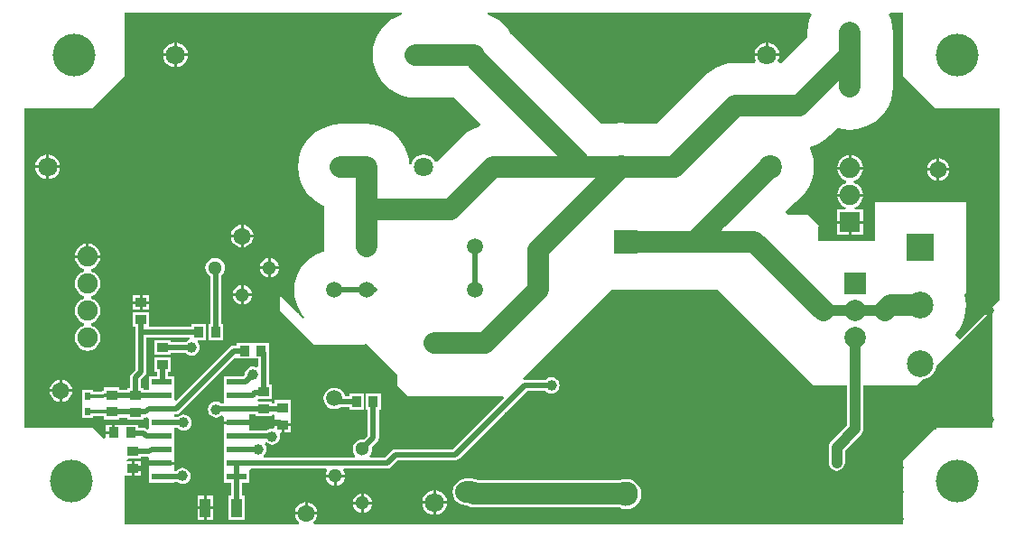
<source format=gtl>
G04*
G04 #@! TF.GenerationSoftware,Altium Limited,Altium Designer,18.0.12 (696)*
G04*
G04 Layer_Physical_Order=1*
G04 Layer_Color=794757*
%FSLAX44Y44*%
%MOMM*%
G71*
G01*
G75*
%ADD31R,0.8500X1.0000*%
%ADD32R,1.0000X0.8500*%
%ADD33R,0.9500X1.0000*%
%ADD34R,1.0000X1.7500*%
%ADD35R,1.8500X0.6000*%
%ADD36R,1.0000X0.9500*%
%ADD37R,0.5000X0.7500*%
%ADD38C,0.5000*%
%ADD39C,2.0000*%
%ADD40C,1.0000*%
%ADD41C,0.3000*%
%ADD42C,0.7000*%
%ADD43C,1.8000*%
%ADD44C,1.3000*%
%ADD45C,1.5000*%
%ADD46C,1.6000*%
%ADD47C,1.9000*%
%ADD48C,2.0000*%
%ADD49R,2.0000X2.0000*%
%ADD50R,2.5000X2.5000*%
%ADD51C,2.5000*%
%ADD52R,1.9000X1.9000*%
%ADD53R,2.3000X2.3000*%
%ADD54C,2.3000*%
%ADD55C,2.2000*%
%ADD56C,4.0000*%
%ADD57C,1.0000*%
G36*
X1842621Y900000D02*
X1843829Y898000D01*
X1841840Y893199D01*
X1840370Y887077D01*
X1839876Y880800D01*
Y876620D01*
X1815880Y852624D01*
X1813180D01*
X1812307Y854624D01*
X1813286Y856988D01*
X1813516Y858730D01*
X1802044D01*
X1790571D01*
X1790801Y856988D01*
X1791780Y854624D01*
X1790907Y852624D01*
X1772500D01*
X1766223Y852130D01*
X1760101Y850660D01*
X1754284Y848251D01*
X1748916Y844961D01*
X1744128Y840872D01*
X1698380Y795124D01*
X1673653D01*
X1671584Y795620D01*
X1665150Y796127D01*
X1658716Y795620D01*
X1656647Y795124D01*
X1646620D01*
X1561633Y880110D01*
X1559504Y883584D01*
X1555415Y888372D01*
X1550628Y892461D01*
X1545259Y895751D01*
X1539828Y898000D01*
X1540226Y900000D01*
X1842621Y900000D01*
D02*
G37*
G36*
X1930000D02*
Y861637D01*
X1929893Y860000D01*
X1930000Y858363D01*
Y840000D01*
X1939731Y830269D01*
X1940247Y829497D01*
X1944569Y824569D01*
X1949497Y820247D01*
X1950269Y819731D01*
X1960000Y810000D01*
X1978362D01*
X1980000Y809893D01*
X1981638Y810000D01*
X2020000D01*
Y630000D01*
X1983537Y593537D01*
X1981546Y593733D01*
X1979812Y596328D01*
X1978609Y597700D01*
X1979812Y599072D01*
X1982908Y603704D01*
X1985372Y608701D01*
X1987162Y613977D01*
X1988249Y619441D01*
X1988614Y625000D01*
X1988249Y630559D01*
X1987346Y635100D01*
X1988523Y637100D01*
X1988522D01*
Y722100D01*
X1903523D01*
Y685400D01*
X1850000D01*
Y699000D01*
X1851000Y700000D01*
X1841000Y710000D01*
X1821743D01*
X1819169Y712575D01*
X1827209Y720616D01*
X1829024Y721728D01*
X1833931Y725919D01*
X1838122Y730826D01*
X1841494Y736329D01*
X1843964Y742291D01*
X1845470Y748566D01*
X1845977Y755000D01*
X1845470Y761434D01*
X1843964Y767709D01*
X1842325Y771665D01*
X1843519Y774009D01*
X1844899Y774340D01*
X1850716Y776749D01*
X1856084Y780039D01*
X1860872Y784128D01*
X1868393Y791650D01*
X1873723Y790370D01*
X1880000Y789876D01*
X1886277Y790370D01*
X1892399Y791840D01*
X1898216Y794249D01*
X1903584Y797539D01*
X1908372Y801628D01*
X1912461Y806416D01*
X1915750Y811784D01*
X1918160Y817601D01*
X1919630Y823723D01*
X1920124Y830000D01*
Y855400D01*
Y880800D01*
X1919630Y887077D01*
X1918160Y893199D01*
X1916171Y898000D01*
X1917379Y900000D01*
X1930000D01*
D02*
G37*
G36*
X1459317Y900000D02*
X1459715Y898000D01*
X1454284Y895751D01*
X1448916Y892461D01*
X1444128Y888372D01*
X1440039Y883584D01*
X1436750Y878216D01*
X1434340Y872399D01*
X1432870Y866277D01*
X1432376Y860000D01*
X1432870Y853723D01*
X1434340Y847601D01*
X1436750Y841784D01*
X1440039Y836416D01*
X1444128Y831628D01*
X1448916Y827539D01*
X1454284Y824249D01*
X1460101Y821840D01*
X1466223Y820370D01*
X1472500Y819876D01*
X1508380D01*
X1533166Y795090D01*
X1532970Y794392D01*
X1532366Y793062D01*
X1526784Y790751D01*
X1521416Y787461D01*
X1516628Y783372D01*
X1492781Y759525D01*
X1490422Y759994D01*
X1490080Y760820D01*
X1488230Y763230D01*
X1485820Y765080D01*
X1483013Y766243D01*
X1480000Y766639D01*
X1476987Y766243D01*
X1474180Y765080D01*
X1471770Y763230D01*
X1469920Y760820D01*
X1468757Y758012D01*
X1468654Y757232D01*
X1466644Y757284D01*
X1466330Y761277D01*
X1464860Y767399D01*
X1462451Y773216D01*
X1459161Y778584D01*
X1455072Y783372D01*
X1450284Y787461D01*
X1444916Y790751D01*
X1439099Y793160D01*
X1432977Y794630D01*
X1426700Y795124D01*
X1402500D01*
X1396223Y794630D01*
X1390101Y793160D01*
X1384284Y790751D01*
X1378916Y787461D01*
X1374128Y783372D01*
X1370039Y778584D01*
X1366750Y773216D01*
X1364340Y767399D01*
X1362870Y761277D01*
X1362376Y755000D01*
X1362870Y748723D01*
X1364340Y742601D01*
X1366750Y736784D01*
X1370039Y731416D01*
X1374128Y726628D01*
X1378916Y722539D01*
X1384284Y719249D01*
X1386576Y718300D01*
Y715000D01*
Y680000D01*
X1386925Y675567D01*
X1384876Y675075D01*
X1379423Y672816D01*
X1374390Y669732D01*
X1369901Y665899D01*
X1366068Y661410D01*
X1362984Y656377D01*
X1360725Y650924D01*
X1359347Y645184D01*
X1358884Y639300D01*
X1359347Y633416D01*
X1360725Y627676D01*
X1362984Y622223D01*
X1366068Y617190D01*
X1368582Y614246D01*
X1367112Y612887D01*
X1362750Y617250D01*
Y617500D01*
X1362500D01*
X1345776Y634224D01*
Y619737D01*
X1365776Y599737D01*
X1377276Y588237D01*
X1424276D01*
X1425776Y589737D01*
X1455776Y559737D01*
Y549737D01*
X1465776Y539737D01*
X1554601D01*
X1555430Y537737D01*
X1507872Y490179D01*
X1453770D01*
X1451804Y489788D01*
X1450137Y488674D01*
X1443702Y482239D01*
X1430199D01*
X1429645Y483141D01*
X1429367Y484239D01*
X1430596Y485841D01*
X1431507Y488040D01*
X1431818Y490400D01*
X1431603Y492035D01*
X1436634Y497066D01*
X1437748Y498733D01*
X1438139Y500700D01*
Y527460D01*
X1439790D01*
Y542540D01*
X1426210D01*
Y527460D01*
X1427861D01*
Y502828D01*
X1424335Y499303D01*
X1422700Y499518D01*
X1420340Y499207D01*
X1418141Y498296D01*
X1416253Y496847D01*
X1414804Y494959D01*
X1413893Y492760D01*
X1413582Y490400D01*
X1413893Y488040D01*
X1414804Y485841D01*
X1416033Y484239D01*
X1415755Y483141D01*
X1415201Y482239D01*
X1330556D01*
X1329877Y484239D01*
X1330378Y484622D01*
X1331586Y486198D01*
X1332346Y488032D01*
X1332605Y490000D01*
X1332346Y491968D01*
X1331586Y493802D01*
X1331342Y494121D01*
X1331620Y495653D01*
X1332134Y496374D01*
X1332870Y496429D01*
X1334195Y495413D01*
X1336029Y494653D01*
X1337997Y494394D01*
X1339966Y494653D01*
X1341800Y495413D01*
X1343375Y496621D01*
X1344583Y498196D01*
X1345343Y500031D01*
X1345602Y501999D01*
X1345377Y503710D01*
X1345616Y504505D01*
X1346421Y505710D01*
X1346730D01*
Y511730D01*
X1340460D01*
Y511193D01*
X1338460Y509543D01*
X1337997Y509604D01*
X1336029Y509345D01*
X1334195Y508585D01*
X1332961Y507639D01*
X1316606D01*
X1316205Y508040D01*
Y509660D01*
X1316205Y510040D01*
Y513930D01*
X1292625D01*
Y510040D01*
X1292625Y509660D01*
Y508040D01*
X1292625Y507660D01*
Y496960D01*
X1292625D01*
Y495340D01*
X1292625D01*
Y484640D01*
X1292625Y484260D01*
Y482640D01*
X1292625Y482260D01*
Y471560D01*
X1292625D01*
Y469940D01*
X1292625D01*
Y458860D01*
X1299276D01*
Y446290D01*
X1296960D01*
Y423710D01*
X1312040D01*
Y446290D01*
X1309554D01*
Y458860D01*
X1316205D01*
Y469940D01*
X1316205D01*
Y469961D01*
X1318039Y471961D01*
X1388726D01*
X1389712Y469961D01*
X1389404Y469559D01*
X1388493Y467360D01*
X1388349Y466270D01*
X1397300D01*
X1406251D01*
X1406107Y467360D01*
X1405196Y469559D01*
X1404888Y469961D01*
X1405874Y471961D01*
X1445830D01*
X1447797Y472352D01*
X1449464Y473466D01*
X1455899Y479901D01*
X1510000D01*
X1511967Y480293D01*
X1513634Y481406D01*
X1577089Y544861D01*
X1594439D01*
X1594622Y544622D01*
X1596198Y543414D01*
X1598032Y542654D01*
X1600000Y542395D01*
X1601968Y542654D01*
X1603802Y543414D01*
X1605378Y544622D01*
X1606586Y546198D01*
X1607346Y548032D01*
X1607605Y550000D01*
X1607346Y551968D01*
X1606586Y553802D01*
X1605378Y555378D01*
X1603802Y556586D01*
X1601968Y557346D01*
X1600000Y557605D01*
X1598032Y557346D01*
X1596198Y556586D01*
X1594622Y555378D01*
X1594439Y555139D01*
X1574960D01*
X1573770Y554902D01*
X1572784Y556745D01*
X1655776Y639737D01*
X1705776D01*
X1755776Y639737D01*
X1845776Y549737D01*
X1877395D01*
Y512528D01*
X1862122Y497255D01*
X1860914Y495680D01*
X1860154Y493846D01*
X1859895Y491877D01*
Y477500D01*
X1860154Y475532D01*
X1860914Y473698D01*
X1862122Y472122D01*
X1863698Y470914D01*
X1865532Y470154D01*
X1867500Y469895D01*
X1869468Y470154D01*
X1871302Y470914D01*
X1872878Y472122D01*
X1874086Y473698D01*
X1874846Y475532D01*
X1875105Y477500D01*
Y488727D01*
X1890378Y504000D01*
X1891586Y505575D01*
X1891901Y506335D01*
X1892346Y507409D01*
X1892605Y509377D01*
Y549737D01*
X1942531D01*
X1948306Y555512D01*
X1948971Y555578D01*
X1951806Y556438D01*
X1954419Y557834D01*
X1956709Y559714D01*
X1958588Y562004D01*
X1959985Y564617D01*
X1960845Y567452D01*
X1960910Y568116D01*
X2011909Y619114D01*
X2013756Y618349D01*
X2013756Y510000D01*
X1960000D01*
X1930000Y480000D01*
Y419737D01*
X1377224Y419737D01*
X1376546Y421737D01*
X1377517Y422483D01*
X1379207Y424684D01*
X1380269Y427248D01*
X1380464Y428730D01*
X1359536D01*
X1359731Y427248D01*
X1360793Y424684D01*
X1362483Y422483D01*
X1363454Y421737D01*
X1362776Y419737D01*
X1200000D01*
Y465210D01*
X1206230D01*
Y472000D01*
Y478790D01*
X1201685D01*
X1201537Y479210D01*
X1202951Y481210D01*
X1215040D01*
Y482861D01*
X1220717D01*
X1222625Y482640D01*
X1222625Y480861D01*
Y478370D01*
X1246205D01*
Y482260D01*
X1246205Y482640D01*
Y484260D01*
X1246205Y484640D01*
Y494960D01*
X1246205Y495340D01*
Y496960D01*
X1246205Y497340D01*
Y507660D01*
X1246205Y508040D01*
X1246636Y509861D01*
X1249439D01*
X1249622Y509622D01*
X1251198Y508414D01*
X1253032Y507654D01*
X1254500Y507461D01*
X1255000Y507361D01*
X1255500Y507461D01*
X1256968Y507654D01*
X1258802Y508414D01*
X1260378Y509622D01*
X1261586Y511198D01*
X1262346Y513032D01*
X1262605Y515000D01*
X1262346Y516968D01*
X1261586Y518802D01*
X1260378Y520378D01*
X1258802Y521586D01*
X1256968Y522346D01*
X1255000Y522605D01*
X1253032Y522346D01*
X1251198Y521586D01*
X1249622Y520378D01*
X1249439Y520139D01*
X1246806D01*
X1246205Y520740D01*
Y522360D01*
X1246606Y522761D01*
X1247900D01*
X1249866Y523152D01*
X1251534Y524266D01*
X1302710Y575443D01*
X1304710Y574960D01*
Y574960D01*
X1318710D01*
X1319290Y574960D01*
X1320710D01*
X1321290Y574960D01*
X1324901D01*
Y568101D01*
X1322901Y566960D01*
X1321969Y567346D01*
X1320000Y567605D01*
X1318032Y567346D01*
X1316198Y566586D01*
X1314622Y565378D01*
X1313414Y563803D01*
X1312654Y561968D01*
X1312395Y560000D01*
X1310798Y558840D01*
X1292625D01*
Y547760D01*
X1292625D01*
Y546140D01*
X1292625D01*
Y535440D01*
X1292625Y535060D01*
Y533344D01*
X1290625Y533071D01*
X1289303Y534086D01*
X1287468Y534846D01*
X1285500Y535105D01*
X1283532Y534846D01*
X1281698Y534086D01*
X1280122Y532878D01*
X1278914Y531302D01*
X1278154Y529468D01*
X1277895Y527500D01*
X1278154Y525532D01*
X1278914Y523698D01*
X1280122Y522122D01*
X1281698Y520914D01*
X1283532Y520154D01*
X1285500Y519895D01*
X1287468Y520154D01*
X1289303Y520914D01*
X1290625Y521928D01*
X1291464Y521777D01*
X1292625Y520360D01*
Y516470D01*
X1316205D01*
Y520360D01*
X1316205Y520740D01*
Y522360D01*
X1316706Y522861D01*
X1322417D01*
Y521210D01*
X1337498D01*
Y522406D01*
X1339497Y522673D01*
X1340460Y521710D01*
Y520290D01*
X1340460Y519710D01*
Y514270D01*
X1348000D01*
X1355540D01*
Y519710D01*
X1355540Y520290D01*
Y521710D01*
X1355540Y522290D01*
Y536290D01*
X1340460D01*
Y533139D01*
X1337498D01*
Y534790D01*
X1325619D01*
X1324618Y536790D01*
X1324932Y537210D01*
X1337498D01*
Y550790D01*
X1335179D01*
Y574960D01*
X1335290D01*
Y590040D01*
X1321290D01*
X1320710Y590040D01*
X1319290D01*
X1318710Y590040D01*
X1304710D01*
Y587639D01*
X1302500D01*
X1300533Y587248D01*
X1298866Y586134D01*
X1248205Y535472D01*
X1246205Y536301D01*
Y545760D01*
X1246205Y546140D01*
Y547760D01*
X1246205Y548140D01*
Y558840D01*
X1240139D01*
Y562710D01*
X1242540D01*
Y576290D01*
X1227460D01*
Y562710D01*
X1229861D01*
Y558840D01*
X1222625D01*
Y548140D01*
X1222625Y547760D01*
Y546140D01*
X1222124Y545639D01*
X1217540D01*
Y547290D01*
X1215139D01*
Y555372D01*
X1218634Y558866D01*
X1219748Y560533D01*
X1220139Y562500D01*
Y594861D01*
X1260517D01*
X1260648Y592861D01*
X1260532Y592846D01*
X1258698Y592086D01*
X1257122Y590878D01*
X1256939Y590639D01*
X1242540D01*
Y592290D01*
X1227460D01*
Y578710D01*
X1242540D01*
Y580361D01*
X1256939D01*
X1257122Y580122D01*
X1258698Y578914D01*
X1260532Y578154D01*
X1262500Y577895D01*
X1264468Y578154D01*
X1266302Y578914D01*
X1267878Y580122D01*
X1269086Y581698D01*
X1269846Y583532D01*
X1270105Y585500D01*
X1269846Y587468D01*
X1269086Y589302D01*
X1268198Y590460D01*
X1268647Y591875D01*
X1269098Y592460D01*
X1276290D01*
Y607540D01*
X1262710D01*
Y605139D01*
X1222540D01*
Y618290D01*
X1207460D01*
Y604710D01*
X1209861D01*
Y600000D01*
Y564628D01*
X1206366Y561134D01*
X1205252Y559467D01*
X1204861Y557500D01*
Y547290D01*
X1202460D01*
Y546139D01*
X1195040D01*
Y548290D01*
X1179960D01*
Y544912D01*
X1179424Y544806D01*
X1178087Y543913D01*
X1177794Y543619D01*
X1170040D01*
Y545790D01*
X1159960D01*
Y533790D01*
X1159960Y533210D01*
Y531790D01*
X1159960Y531210D01*
Y519210D01*
X1170040D01*
Y520881D01*
X1179960D01*
Y517710D01*
X1195040D01*
Y519861D01*
X1202460D01*
Y517710D01*
X1217540D01*
Y519861D01*
X1219500D01*
X1220625Y520085D01*
X1222386Y518957D01*
X1222625Y518621D01*
Y509971D01*
X1221703Y509144D01*
X1221038Y508724D01*
X1220928Y508771D01*
X1219466Y509748D01*
X1217500Y510139D01*
X1212790D01*
Y513083D01*
X1198790D01*
X1198210Y513083D01*
X1196790D01*
X1196210Y513083D01*
X1190770D01*
Y505542D01*
X1189500D01*
Y504272D01*
X1182210D01*
Y500619D01*
X1180210Y499790D01*
X1170000Y510000D01*
X1105776D01*
Y810000D01*
X1170000D01*
X1200000Y840000D01*
Y899737D01*
X1340000D01*
Y900000D01*
X1459317D01*
D02*
G37*
%LPC*%
G36*
X1803314Y871472D02*
Y861270D01*
X1813516D01*
X1813286Y863012D01*
X1812124Y865820D01*
X1810274Y868230D01*
X1807863Y870080D01*
X1805056Y871243D01*
X1803314Y871472D01*
D02*
G37*
G36*
X1800774Y871472D02*
X1799031Y871243D01*
X1796224Y870080D01*
X1793813Y868230D01*
X1791963Y865820D01*
X1790801Y863012D01*
X1790571Y861270D01*
X1800774D01*
Y871472D01*
D02*
G37*
G36*
X1881270Y765777D02*
Y755070D01*
X1891977D01*
X1891730Y756943D01*
X1890517Y759872D01*
X1888587Y762387D01*
X1886072Y764317D01*
X1883143Y765530D01*
X1881270Y765777D01*
D02*
G37*
G36*
X1878730Y765777D02*
X1876857Y765530D01*
X1873928Y764317D01*
X1871413Y762387D01*
X1869483Y759872D01*
X1868270Y756943D01*
X1868023Y755070D01*
X1878730D01*
Y765777D01*
D02*
G37*
G36*
X1963770Y762964D02*
Y753770D01*
X1972964D01*
X1972769Y755251D01*
X1971707Y757815D01*
X1970017Y760017D01*
X1967816Y761707D01*
X1965251Y762769D01*
X1963770Y762964D01*
D02*
G37*
G36*
X1961230D02*
X1959749Y762769D01*
X1957185Y761707D01*
X1954983Y760017D01*
X1953293Y757815D01*
X1952231Y755251D01*
X1952036Y753770D01*
X1961230D01*
Y762964D01*
D02*
G37*
G36*
X1972964Y751230D02*
X1963770D01*
Y742036D01*
X1965251Y742231D01*
X1967816Y743293D01*
X1970017Y744983D01*
X1971707Y747185D01*
X1972769Y749749D01*
X1972964Y751230D01*
D02*
G37*
G36*
X1961230D02*
X1952036D01*
X1952231Y749749D01*
X1953293Y747185D01*
X1954983Y744983D01*
X1957185Y743293D01*
X1959749Y742231D01*
X1961230Y742036D01*
Y751230D01*
D02*
G37*
G36*
X1891977Y752530D02*
X1880000D01*
X1868023D01*
X1868270Y750657D01*
X1869483Y747728D01*
X1871413Y745213D01*
X1873928Y743283D01*
X1876420Y742251D01*
X1876646Y741100D01*
X1876420Y739949D01*
X1873928Y738917D01*
X1871413Y736987D01*
X1869483Y734472D01*
X1868270Y731543D01*
X1868023Y729670D01*
X1880000D01*
X1891977D01*
X1891730Y731543D01*
X1890517Y734472D01*
X1888587Y736987D01*
X1886072Y738917D01*
X1883580Y739949D01*
X1883354Y741100D01*
X1883580Y742251D01*
X1886072Y743283D01*
X1888587Y745213D01*
X1890517Y747728D01*
X1891730Y750657D01*
X1891977Y752530D01*
D02*
G37*
G36*
Y727130D02*
X1880000D01*
X1868023D01*
X1868270Y725257D01*
X1869483Y722328D01*
X1871413Y719813D01*
X1873928Y717883D01*
X1875963Y717040D01*
X1875566Y715040D01*
X1867960D01*
Y704270D01*
X1880000D01*
X1892040D01*
Y715040D01*
X1884434D01*
X1884037Y717040D01*
X1886072Y717883D01*
X1888587Y719813D01*
X1890517Y722328D01*
X1891730Y725257D01*
X1891977Y727130D01*
D02*
G37*
G36*
X1892040Y701730D02*
X1881270D01*
Y690960D01*
X1892040D01*
Y701730D01*
D02*
G37*
G36*
X1878730D02*
X1867960D01*
Y690960D01*
X1878730D01*
Y701730D01*
D02*
G37*
G36*
X1248770Y871472D02*
Y861270D01*
X1258972D01*
X1258743Y863012D01*
X1257580Y865820D01*
X1255730Y868230D01*
X1253320Y870080D01*
X1250512Y871243D01*
X1248770Y871472D01*
D02*
G37*
G36*
X1246230D02*
X1244488Y871243D01*
X1241680Y870080D01*
X1239270Y868230D01*
X1237420Y865820D01*
X1236257Y863012D01*
X1236028Y861270D01*
X1246230D01*
Y871472D01*
D02*
G37*
G36*
X1258972Y858730D02*
X1248770D01*
Y848528D01*
X1250512Y848757D01*
X1253320Y849920D01*
X1255730Y851770D01*
X1257580Y854180D01*
X1258743Y856988D01*
X1258972Y858730D01*
D02*
G37*
G36*
X1246230D02*
X1236028D01*
X1236257Y856988D01*
X1237420Y854180D01*
X1239270Y851770D01*
X1241680Y849920D01*
X1244488Y848757D01*
X1246230Y848528D01*
Y858730D01*
D02*
G37*
G36*
X1128770Y766472D02*
Y756270D01*
X1138972D01*
X1138743Y758012D01*
X1137580Y760820D01*
X1135730Y763230D01*
X1133320Y765080D01*
X1130512Y766243D01*
X1128770Y766472D01*
D02*
G37*
G36*
X1126230D02*
X1124488Y766243D01*
X1121680Y765080D01*
X1119270Y763230D01*
X1117420Y760820D01*
X1116257Y758012D01*
X1116028Y756270D01*
X1126230D01*
Y766472D01*
D02*
G37*
G36*
X1138972Y753730D02*
X1128770D01*
Y743528D01*
X1130512Y743757D01*
X1133320Y744920D01*
X1135730Y746770D01*
X1137580Y749180D01*
X1138743Y751987D01*
X1138972Y753730D01*
D02*
G37*
G36*
X1126230D02*
X1116028D01*
X1116257Y751987D01*
X1117420Y749180D01*
X1119270Y746770D01*
X1121680Y744920D01*
X1124488Y743757D01*
X1126230Y743528D01*
Y753730D01*
D02*
G37*
G36*
X1311270Y700464D02*
Y691270D01*
X1320464D01*
X1320269Y692751D01*
X1319207Y695315D01*
X1317517Y697517D01*
X1315316Y699207D01*
X1312751Y700269D01*
X1311270Y700464D01*
D02*
G37*
G36*
X1308730D02*
X1307249Y700269D01*
X1304685Y699207D01*
X1302483Y697517D01*
X1300793Y695315D01*
X1299731Y692751D01*
X1299536Y691270D01*
X1308730D01*
Y700464D01*
D02*
G37*
G36*
X1320464Y688730D02*
X1311270D01*
Y679536D01*
X1312751Y679731D01*
X1315316Y680793D01*
X1317517Y682483D01*
X1319207Y684685D01*
X1320269Y687249D01*
X1320464Y688730D01*
D02*
G37*
G36*
X1308730D02*
X1299536D01*
X1299731Y687249D01*
X1300793Y684685D01*
X1302483Y682483D01*
X1304685Y680793D01*
X1307249Y679731D01*
X1308730Y679536D01*
Y688730D01*
D02*
G37*
G36*
X1166270Y682777D02*
Y672070D01*
X1176977D01*
X1176730Y673943D01*
X1175517Y676872D01*
X1173587Y679387D01*
X1171072Y681317D01*
X1168143Y682530D01*
X1166270Y682777D01*
D02*
G37*
G36*
X1163730Y682777D02*
X1161857Y682530D01*
X1158928Y681317D01*
X1156413Y679387D01*
X1154483Y676872D01*
X1153270Y673943D01*
X1153023Y672070D01*
X1163730D01*
Y682777D01*
D02*
G37*
G36*
X1336670Y669351D02*
Y661670D01*
X1344351D01*
X1344207Y662760D01*
X1343776Y663800D01*
D01*
X1343296Y664959D01*
X1341847Y666847D01*
X1339959Y668296D01*
X1337760Y669207D01*
X1336670Y669351D01*
D02*
G37*
G36*
X1334130D02*
X1333040Y669207D01*
X1330841Y668296D01*
X1328953Y666847D01*
X1327504Y664959D01*
X1326593Y662760D01*
X1326449Y661670D01*
X1334130D01*
Y669351D01*
D02*
G37*
G36*
X1344351Y659130D02*
X1336670D01*
Y651449D01*
X1337760Y651593D01*
X1339959Y652504D01*
X1341847Y653953D01*
X1343296Y655841D01*
X1343776Y657000D01*
X1344207Y658040D01*
X1344351Y659130D01*
D02*
G37*
G36*
X1334130D02*
X1326449D01*
X1326593Y658040D01*
X1327504Y655841D01*
X1328953Y653953D01*
X1330841Y652504D01*
X1333040Y651593D01*
X1334130Y651449D01*
Y659130D01*
D02*
G37*
G36*
X1311270Y643951D02*
Y636270D01*
X1318951D01*
X1318807Y637360D01*
X1317896Y639559D01*
X1316447Y641447D01*
X1314559Y642896D01*
X1312360Y643807D01*
X1311270Y643951D01*
D02*
G37*
G36*
X1308730D02*
X1307640Y643807D01*
X1305441Y642896D01*
X1303553Y641447D01*
X1302104Y639559D01*
X1301193Y637360D01*
X1301049Y636270D01*
X1308730D01*
Y643951D01*
D02*
G37*
G36*
X1222540Y634290D02*
X1216270D01*
Y628770D01*
X1222540D01*
Y634290D01*
D02*
G37*
G36*
X1213730D02*
X1207460D01*
Y628770D01*
X1213730D01*
Y634290D01*
D02*
G37*
G36*
X1318951Y633730D02*
X1311270D01*
Y626049D01*
X1312360Y626193D01*
X1314559Y627104D01*
X1316447Y628553D01*
X1317896Y630441D01*
X1318807Y632640D01*
X1318951Y633730D01*
D02*
G37*
G36*
X1308730D02*
X1301049D01*
X1301193Y632640D01*
X1302104Y630441D01*
X1303553Y628553D01*
X1305441Y627104D01*
X1307640Y626193D01*
X1308730Y626049D01*
Y633730D01*
D02*
G37*
G36*
X1222540Y626230D02*
X1216270D01*
Y620710D01*
X1222540D01*
Y626230D01*
D02*
G37*
G36*
X1213730D02*
X1207460D01*
Y620710D01*
X1213730D01*
Y626230D01*
D02*
G37*
G36*
X1284600Y669518D02*
X1282240Y669207D01*
X1280041Y668296D01*
X1278153Y666847D01*
X1276704Y664959D01*
X1275793Y662760D01*
X1275482Y660400D01*
X1275793Y658040D01*
X1276704Y655841D01*
X1278153Y653953D01*
X1280041Y652504D01*
X1280361Y652371D01*
Y607540D01*
X1278710D01*
Y592460D01*
X1292290D01*
Y607540D01*
X1290639D01*
Y653639D01*
X1291047Y653953D01*
X1292496Y655841D01*
X1293407Y658040D01*
X1293718Y660400D01*
X1293407Y662760D01*
X1292496Y664959D01*
X1291047Y666847D01*
X1289159Y668296D01*
X1286960Y669207D01*
X1284600Y669518D01*
D02*
G37*
G36*
X1176977Y669530D02*
X1165000D01*
X1153023D01*
X1153270Y667657D01*
X1154483Y664728D01*
X1156413Y662213D01*
X1158928Y660283D01*
X1161420Y659251D01*
X1161647Y658100D01*
X1161420Y656949D01*
X1158928Y655917D01*
X1156413Y653987D01*
X1154483Y651472D01*
X1153270Y648543D01*
X1152856Y645400D01*
X1153270Y642257D01*
X1154483Y639328D01*
X1156413Y636813D01*
X1158928Y634883D01*
X1161420Y633851D01*
X1161646Y632700D01*
X1161420Y631549D01*
X1158928Y630517D01*
X1156413Y628587D01*
X1154483Y626072D01*
X1153270Y623143D01*
X1152856Y620000D01*
X1153270Y616857D01*
X1154483Y613928D01*
X1156413Y611413D01*
X1158928Y609483D01*
X1161420Y608451D01*
X1161647Y607300D01*
X1161420Y606149D01*
X1158928Y605117D01*
X1156413Y603187D01*
X1154483Y600672D01*
X1153270Y597743D01*
X1152856Y594600D01*
X1153270Y591457D01*
X1154483Y588528D01*
X1156413Y586013D01*
X1158928Y584083D01*
X1161857Y582870D01*
X1165000Y582456D01*
X1168143Y582870D01*
X1171072Y584083D01*
X1173587Y586013D01*
X1175517Y588528D01*
X1176730Y591457D01*
X1177144Y594600D01*
X1176730Y597743D01*
X1175517Y600672D01*
X1173587Y603187D01*
X1171072Y605117D01*
X1168580Y606149D01*
X1168353Y607300D01*
X1168580Y608451D01*
X1171072Y609483D01*
X1173587Y611413D01*
X1175517Y613928D01*
X1176730Y616857D01*
X1177144Y620000D01*
X1176730Y623143D01*
X1175517Y626072D01*
X1173587Y628587D01*
X1171072Y630517D01*
X1168580Y631549D01*
X1168354Y632700D01*
X1168580Y633851D01*
X1171072Y634883D01*
X1173587Y636813D01*
X1175517Y639328D01*
X1176730Y642257D01*
X1177144Y645400D01*
X1176730Y648543D01*
X1175517Y651472D01*
X1173587Y653987D01*
X1171072Y655917D01*
X1168580Y656949D01*
X1168353Y658100D01*
X1168580Y659251D01*
X1171072Y660283D01*
X1173587Y662213D01*
X1175517Y664728D01*
X1176730Y667657D01*
X1176977Y669530D01*
D02*
G37*
G36*
X1141270Y555464D02*
Y546270D01*
X1150464D01*
X1150269Y547752D01*
X1149207Y550316D01*
X1147517Y552517D01*
X1145315Y554207D01*
X1142751Y555269D01*
X1141270Y555464D01*
D02*
G37*
G36*
X1138730D02*
X1137249Y555269D01*
X1134685Y554207D01*
X1132483Y552517D01*
X1130793Y550316D01*
X1129731Y547752D01*
X1129536Y546270D01*
X1138730D01*
Y555464D01*
D02*
G37*
G36*
X1150464Y543730D02*
X1141270D01*
Y534536D01*
X1142751Y534731D01*
X1145315Y535793D01*
X1147517Y537483D01*
X1149207Y539685D01*
X1150269Y542248D01*
X1150464Y543730D01*
D02*
G37*
G36*
X1138730D02*
X1129536D01*
X1129731Y542248D01*
X1130793Y539685D01*
X1132483Y537483D01*
X1134685Y535793D01*
X1137249Y534731D01*
X1138730Y534536D01*
Y543730D01*
D02*
G37*
G36*
X1396500Y547827D02*
X1393879Y547482D01*
X1391437Y546470D01*
X1389339Y544861D01*
X1387730Y542763D01*
X1386718Y540321D01*
X1386373Y537700D01*
X1386718Y535079D01*
X1387730Y532637D01*
X1389339Y530539D01*
X1391437Y528930D01*
X1393879Y527918D01*
X1396500Y527573D01*
X1399121Y527918D01*
X1401563Y528930D01*
X1402777Y529861D01*
X1410210D01*
Y527460D01*
X1423790D01*
Y542540D01*
X1410210D01*
Y540139D01*
X1406306D01*
X1406282Y540321D01*
X1405270Y542763D01*
X1403661Y544861D01*
X1401563Y546470D01*
X1399121Y547482D01*
X1396500Y547827D01*
D02*
G37*
G36*
X1188230Y513083D02*
X1182210D01*
Y506813D01*
X1188230D01*
Y513083D01*
D02*
G37*
G36*
X1355540Y511730D02*
X1349270D01*
Y505710D01*
X1355540D01*
Y511730D01*
D02*
G37*
G36*
X1215040Y478790D02*
X1208770D01*
Y473270D01*
X1215040D01*
Y478790D01*
D02*
G37*
G36*
Y470730D02*
X1208770D01*
Y465210D01*
X1215040D01*
Y470730D01*
D02*
G37*
G36*
X1246205Y475830D02*
X1222625D01*
Y471940D01*
X1222625Y471560D01*
Y469940D01*
X1222625Y469560D01*
Y458860D01*
X1246205D01*
Y459261D01*
X1249093D01*
X1250198Y458414D01*
X1252032Y457654D01*
X1254000Y457395D01*
X1255968Y457654D01*
X1257803Y458414D01*
X1259378Y459622D01*
X1260586Y461198D01*
X1261346Y463032D01*
X1261605Y465000D01*
X1261346Y466968D01*
X1260586Y468802D01*
X1259378Y470378D01*
X1257803Y471586D01*
X1255968Y472346D01*
X1254000Y472605D01*
X1252032Y472346D01*
X1250198Y471586D01*
X1248622Y470378D01*
X1248205Y469834D01*
X1246205Y469940D01*
Y471560D01*
X1246205Y471940D01*
Y475830D01*
D02*
G37*
G36*
X1406251Y463730D02*
X1398570D01*
Y456049D01*
X1399660Y456193D01*
X1401859Y457104D01*
X1403747Y458553D01*
X1405196Y460441D01*
X1406107Y462640D01*
X1406251Y463730D01*
D02*
G37*
G36*
X1396030D02*
X1388349D01*
X1388493Y462640D01*
X1389404Y460441D01*
X1390853Y458553D01*
X1392741Y457104D01*
X1394940Y456193D01*
X1396030Y456049D01*
Y463730D01*
D02*
G37*
G36*
X1491727Y451472D02*
Y441270D01*
X1501930D01*
X1501700Y443013D01*
X1500538Y445820D01*
X1498688Y448230D01*
X1496277Y450080D01*
X1493470Y451243D01*
X1491727Y451472D01*
D02*
G37*
G36*
X1489187Y451472D02*
X1487445Y451243D01*
X1484638Y450080D01*
X1482227Y448230D01*
X1480377Y445820D01*
X1479214Y443013D01*
X1478985Y441270D01*
X1489187D01*
Y451472D01*
D02*
G37*
G36*
X1423970Y448551D02*
Y440870D01*
X1431651D01*
X1431507Y441960D01*
X1430596Y444159D01*
X1429147Y446047D01*
X1427259Y447496D01*
X1425060Y448407D01*
X1423970Y448551D01*
D02*
G37*
G36*
X1421430Y448551D02*
X1420340Y448407D01*
X1418141Y447496D01*
X1416253Y446047D01*
X1414804Y444159D01*
X1413893Y441960D01*
X1413749Y440870D01*
X1421430D01*
Y448551D01*
D02*
G37*
G36*
X1283040Y446290D02*
X1276770D01*
Y436270D01*
X1283040D01*
Y446290D01*
D02*
G37*
G36*
X1274230D02*
X1267960D01*
Y436270D01*
X1274230D01*
Y446290D01*
D02*
G37*
G36*
X1525000Y462648D02*
X1525000Y462648D01*
X1520000D01*
X1516726Y462217D01*
X1513676Y460954D01*
X1511056Y458944D01*
X1509046Y456324D01*
X1507783Y453274D01*
X1507352Y450000D01*
X1507783Y446726D01*
X1509046Y443676D01*
X1511056Y441056D01*
X1513676Y439046D01*
X1516726Y437783D01*
X1520000Y437352D01*
X1520278D01*
X1520676Y437046D01*
X1523726Y435783D01*
X1527000Y435352D01*
X1527000Y435352D01*
X1663847D01*
X1666335Y434321D01*
X1670000Y433839D01*
X1673665Y434321D01*
X1677081Y435736D01*
X1680013Y437987D01*
X1682264Y440919D01*
X1683679Y444335D01*
X1684161Y448000D01*
X1683679Y451665D01*
X1682264Y455081D01*
X1680013Y458013D01*
X1677081Y460264D01*
X1673665Y461679D01*
X1670000Y462161D01*
X1666335Y461679D01*
X1663847Y460648D01*
X1531722D01*
X1531324Y460954D01*
X1528274Y462217D01*
X1525000Y462648D01*
D02*
G37*
G36*
X1371270Y440464D02*
Y431270D01*
X1380464D01*
X1380269Y432752D01*
X1379207Y435316D01*
X1377517Y437517D01*
X1375316Y439207D01*
X1372751Y440269D01*
X1371270Y440464D01*
D02*
G37*
G36*
X1368730D02*
X1367249Y440269D01*
X1364684Y439207D01*
X1362483Y437517D01*
X1360793Y435316D01*
X1359731Y432752D01*
X1359536Y431270D01*
X1368730D01*
Y440464D01*
D02*
G37*
G36*
X1431651Y438330D02*
X1423970D01*
Y430649D01*
X1425060Y430793D01*
X1427259Y431704D01*
X1429147Y433153D01*
X1430596Y435041D01*
X1431507Y437240D01*
X1431651Y438330D01*
D02*
G37*
G36*
X1421430D02*
X1413749D01*
X1413893Y437240D01*
X1414804Y435041D01*
X1416253Y433153D01*
X1418141Y431704D01*
X1420340Y430793D01*
X1421430Y430649D01*
Y438330D01*
D02*
G37*
G36*
X1489187Y438730D02*
X1478985D01*
X1479214Y436987D01*
X1480377Y434180D01*
X1482227Y431770D01*
X1484638Y429920D01*
X1487445Y428757D01*
X1489187Y428528D01*
Y438730D01*
D02*
G37*
G36*
X1501930D02*
X1491727D01*
Y428528D01*
X1493470Y428757D01*
X1496277Y429920D01*
X1498688Y431770D01*
X1500538Y434180D01*
X1501700Y436987D01*
X1501930Y438730D01*
D02*
G37*
G36*
X1283040Y433730D02*
X1276770D01*
Y423710D01*
X1283040D01*
Y433730D01*
D02*
G37*
G36*
X1274230D02*
X1267960D01*
Y423710D01*
X1274230D01*
Y433730D01*
D02*
G37*
%LPD*%
D31*
X1285500Y600000D02*
D03*
X1269500D02*
D03*
X1417000Y535000D02*
D03*
X1433000D02*
D03*
D32*
X1210000Y540500D02*
D03*
Y524500D02*
D03*
X1207500Y488000D02*
D03*
Y472000D02*
D03*
X1235000Y585500D02*
D03*
Y569500D02*
D03*
X1329957Y544000D02*
D03*
Y528000D02*
D03*
X1215000Y611500D02*
D03*
Y627500D02*
D03*
D33*
X1189500Y505542D02*
D03*
X1205500D02*
D03*
X1312000Y582500D02*
D03*
X1328000D02*
D03*
D34*
X1304500Y435000D02*
D03*
X1275500D02*
D03*
D35*
X1304415Y553300D02*
D03*
Y540600D02*
D03*
Y527900D02*
D03*
Y515200D02*
D03*
Y502500D02*
D03*
Y489800D02*
D03*
Y477100D02*
D03*
Y464400D02*
D03*
X1234415D02*
D03*
Y477100D02*
D03*
Y489800D02*
D03*
Y502500D02*
D03*
Y515200D02*
D03*
Y527900D02*
D03*
Y540600D02*
D03*
Y553300D02*
D03*
D36*
X1187500Y525000D02*
D03*
Y541000D02*
D03*
X1348000Y529000D02*
D03*
Y513000D02*
D03*
D37*
X1165000Y539500D02*
D03*
Y525500D02*
D03*
D38*
X1320000Y560000D02*
X1320000D01*
X1330040Y544083D02*
Y580460D01*
X1574960Y550000D02*
X1600000D01*
X1510000Y485040D02*
X1574960Y550000D01*
X1304415Y502500D02*
X1338500D01*
X1453770Y485040D02*
X1510000D01*
X1445830Y477100D02*
X1453770Y485040D01*
X1313300Y553300D02*
X1320000Y560000D01*
X1322000Y543000D02*
X1328958D01*
X1319600Y540600D02*
X1322000Y543000D01*
X1304415Y540600D02*
X1319600D01*
X1328958Y543000D02*
X1329957Y544000D01*
X1304415Y553300D02*
X1313300D01*
X1217000Y472000D02*
X1222100Y477100D01*
X1207500Y472000D02*
X1217000D01*
X1222100Y477100D02*
X1234415D01*
X1255000Y512500D02*
Y515000D01*
X1304415Y477100D02*
X1445830D01*
X1329957Y544000D02*
X1330040Y544083D01*
X1328000Y582500D02*
X1330040Y580460D01*
X1396500Y537700D02*
X1399200Y535000D01*
X1417000D01*
X1433000Y500700D02*
Y535000D01*
X1422700Y490400D02*
X1433000Y500700D01*
X1527941Y640000D02*
X1528300Y640359D01*
Y680000D01*
X1337997Y501999D02*
X1337999D01*
X1338500Y502500D01*
X1304415Y515200D02*
X1345800D01*
X1348000Y513000D01*
X1324800Y489800D02*
X1325000Y490000D01*
X1304415Y489800D02*
X1324800D01*
X1347000Y528000D02*
X1348000Y529000D01*
X1329957Y528000D02*
X1347000D01*
X1304415Y527900D02*
X1304515Y528000D01*
X1329957D01*
X1252000Y465000D02*
X1254000D01*
X1251400Y464400D02*
X1252000Y465000D01*
X1234415Y464400D02*
X1251400D01*
X1285500Y527500D02*
X1285900Y527900D01*
X1304415D01*
X1215000Y600000D02*
X1269500D01*
X1210000Y557500D02*
X1215000Y562500D01*
X1210000Y543000D02*
Y557500D01*
X1234415Y553300D02*
X1235000Y553885D01*
X1187500Y541000D02*
X1209500D01*
X1210000Y540500D01*
X1234315D01*
X1234415Y540600D01*
X1222400Y527900D02*
X1234415D01*
X1219500Y525000D02*
X1222400Y527900D01*
X1220000Y502500D02*
X1234415D01*
X1217500Y505000D02*
X1220000Y502500D01*
X1205500Y505000D02*
X1217500D01*
X1205500Y505000D02*
X1205500Y505000D01*
X1224800Y489800D02*
X1234415D01*
X1247900Y527900D02*
X1302500Y582500D01*
X1310000D01*
X1234415Y527900D02*
X1247900D01*
X1187500Y525000D02*
X1219500D01*
X1235000Y553885D02*
Y569500D01*
X1304415Y464400D02*
Y477100D01*
Y435085D02*
Y464400D01*
Y435085D02*
X1304500Y435000D01*
X1234415Y515200D02*
X1234615Y515000D01*
X1252500D01*
X1255000Y512500D01*
X1215000Y562500D02*
Y600000D01*
Y611500D01*
X1396500Y639300D02*
X1433500D01*
X1434200Y640000D01*
X1235000Y585500D02*
X1262500D01*
X1207500Y488000D02*
X1223000D01*
X1224800Y489800D01*
X1285500Y600000D02*
Y659500D01*
X1284600Y660400D02*
X1285500Y659500D01*
D39*
X1734850Y685000D02*
X1790000D01*
X1670000D02*
X1734850D01*
X1790000D02*
X1855000Y620000D01*
X1525000Y450000D02*
X1527000Y448000D01*
X1520000Y450000D02*
X1525000D01*
X1754600Y704750D02*
X1804850Y755000D01*
X1734850Y685000D02*
X1753675Y703825D01*
X1880000Y830000D02*
Y855400D01*
X1875400D02*
X1880000D01*
X1832500Y812500D02*
X1875400Y855400D01*
X1772500Y812500D02*
X1832500D01*
X1880000Y855400D02*
Y880800D01*
X1527000Y448000D02*
X1670000D01*
X1715000Y755000D02*
X1772500Y812500D01*
X1665150Y755000D02*
X1715000D01*
X1490457Y590000D02*
X1537500D01*
X1587500Y640000D01*
Y677350D01*
X1665150Y755000D01*
X1426700Y715000D02*
Y755000D01*
Y680000D02*
Y715000D01*
X1505000D01*
X1545000Y755000D01*
X1630000D01*
X1402500D02*
X1426700D01*
X1472500Y860000D02*
X1527044D01*
Y857956D02*
Y860000D01*
Y857956D02*
X1630000Y755000D01*
X1665150D01*
X1918000Y625000D02*
X1946022D01*
X1913000Y620000D02*
X1918000Y625000D01*
D40*
X1855000Y620000D02*
X1885000D01*
X1913000D01*
X1867500Y477500D02*
Y491877D01*
X1885000Y509377D02*
Y594600D01*
X1867500Y491877D02*
X1885000Y509377D01*
D41*
X1165000Y539500D02*
X1179500D01*
X1181000Y541000D01*
X1187500D01*
X1165500Y525000D02*
X1187500D01*
X1165000Y525500D02*
X1165500Y525000D01*
D42*
X1665485Y760585D02*
X1665650Y760750D01*
D43*
X1472500Y860000D02*
D03*
X1247500D02*
D03*
X1490457Y590000D02*
D03*
Y440000D02*
D03*
X1127500Y755000D02*
D03*
X1402500D02*
D03*
X1630000D02*
D03*
X1480000D02*
D03*
X1802044Y860000D02*
D03*
X1527044D02*
D03*
D44*
X1335400Y660400D02*
D03*
X1310000Y635000D02*
D03*
X1284600Y660400D02*
D03*
X1422700Y490400D02*
D03*
X1397300Y465000D02*
D03*
X1422700Y439600D02*
D03*
D45*
X1426700Y680000D02*
D03*
X1528300D02*
D03*
X1527941Y640000D02*
D03*
X1426342D02*
D03*
X1396500Y639300D02*
D03*
Y537700D02*
D03*
D46*
X1310000Y690000D02*
D03*
X1370000Y430000D02*
D03*
X1140000Y545000D02*
D03*
X1962500Y752500D02*
D03*
D47*
X1165000Y594600D02*
D03*
Y620000D02*
D03*
Y645400D02*
D03*
Y670800D02*
D03*
X1880000Y728400D02*
D03*
Y753800D02*
D03*
Y830000D02*
D03*
Y855400D02*
D03*
Y880800D02*
D03*
D48*
X1885000Y594600D02*
D03*
Y620000D02*
D03*
X1520000Y450000D02*
D03*
D49*
X1885000Y645400D02*
D03*
D50*
X1946022Y679600D02*
D03*
D51*
Y625000D02*
D03*
Y570400D02*
D03*
D52*
X1880000Y703000D02*
D03*
D53*
X1670000Y685000D02*
D03*
D54*
Y448000D02*
D03*
D55*
X1665150Y755000D02*
D03*
X1804850D02*
D03*
D56*
X1980000Y860000D02*
D03*
X1152500Y860000D02*
D03*
X1150000Y460000D02*
D03*
X1980000D02*
D03*
D57*
X2010000Y517500D02*
D03*
X1987500D02*
D03*
X1957500Y512500D02*
D03*
X1942500Y502500D02*
D03*
X1925000Y472500D02*
D03*
Y450000D02*
D03*
Y425000D02*
D03*
X1380000Y520000D02*
D03*
Y500000D02*
D03*
X1367500Y525000D02*
D03*
X1320000Y560000D02*
D03*
X1835000Y525000D02*
D03*
X1730000Y630000D02*
D03*
X1620000Y570000D02*
D03*
X1640000Y590000D02*
D03*
X1670000Y600000D02*
D03*
X1690000D02*
D03*
X1710000D02*
D03*
Y620000D02*
D03*
X1690000D02*
D03*
X1670000D02*
D03*
X1650000Y610000D02*
D03*
X1747500Y570000D02*
D03*
X1732500D02*
D03*
X1770000D02*
D03*
X1810000D02*
D03*
X1787500D02*
D03*
X1747500Y585000D02*
D03*
X1600000Y550000D02*
D03*
X1230000Y635000D02*
D03*
X1215000Y642500D02*
D03*
X1120000Y600000D02*
D03*
Y630000D02*
D03*
Y660000D02*
D03*
Y690000D02*
D03*
X2010000Y620000D02*
D03*
Y660000D02*
D03*
Y710000D02*
D03*
Y750000D02*
D03*
Y790000D02*
D03*
X2003000Y570000D02*
D03*
X1770000Y510000D02*
D03*
Y530000D02*
D03*
X1750000D02*
D03*
X1530000Y520000D02*
D03*
X1560000D02*
D03*
X1780000Y890000D02*
D03*
X1810000D02*
D03*
X1710000Y830000D02*
D03*
X1740000Y880000D02*
D03*
X1690000Y820000D02*
D03*
X1630000Y880000D02*
D03*
X1690000D02*
D03*
Y850000D02*
D03*
X1660000Y820000D02*
D03*
X1620000Y850000D02*
D03*
X1660000D02*
D03*
X1720000D02*
D03*
Y880000D02*
D03*
X1660000D02*
D03*
X1600000Y870000D02*
D03*
X1580000Y890000D02*
D03*
X1490000Y790000D02*
D03*
X1390000Y810000D02*
D03*
X1420000D02*
D03*
X1470000Y790000D02*
D03*
X1480000Y810000D02*
D03*
X1390000Y890000D02*
D03*
X1420000D02*
D03*
Y860000D02*
D03*
X1390000D02*
D03*
X1330000Y810000D02*
D03*
X1420000Y830000D02*
D03*
X1390000D02*
D03*
X1360000Y890000D02*
D03*
Y860000D02*
D03*
Y830000D02*
D03*
Y800000D02*
D03*
Y770000D02*
D03*
Y730000D02*
D03*
X1325000Y445000D02*
D03*
X1372500Y450000D02*
D03*
X1230000Y667500D02*
D03*
Y697500D02*
D03*
Y745000D02*
D03*
X1222500Y432500D02*
D03*
X1252500D02*
D03*
X1295000Y790000D02*
D03*
X1250000D02*
D03*
X2002500Y542500D02*
D03*
X1927500Y525000D02*
D03*
X1902500D02*
D03*
X1857500D02*
D03*
X1810000D02*
D03*
X1892500Y425000D02*
D03*
X1865000D02*
D03*
X1837500D02*
D03*
X1810000D02*
D03*
X1782500D02*
D03*
X1755000D02*
D03*
X1730000Y435000D02*
D03*
X1705000Y432500D02*
D03*
X1612500Y425000D02*
D03*
X1592500D02*
D03*
X1575000D02*
D03*
X1555000D02*
D03*
X1750000Y472500D02*
D03*
Y502500D02*
D03*
Y490000D02*
D03*
X1615250Y504250D02*
D03*
X1592750D02*
D03*
X1567500Y500000D02*
D03*
X1545000D02*
D03*
X1632500Y425000D02*
D03*
X1535457Y425000D02*
D03*
X1285000Y507500D02*
D03*
X1282500Y542500D02*
D03*
X1190000Y560000D02*
D03*
X1140000Y567500D02*
D03*
X1122500D02*
D03*
X1210000Y460000D02*
D03*
Y790000D02*
D03*
X1170000D02*
D03*
X1255000Y515000D02*
D03*
X1337997Y501999D02*
D03*
X1325000Y490000D02*
D03*
X1254000Y465000D02*
D03*
X1285500Y527500D02*
D03*
X1262500Y585500D02*
D03*
X1867500Y477500D02*
D03*
M02*

</source>
